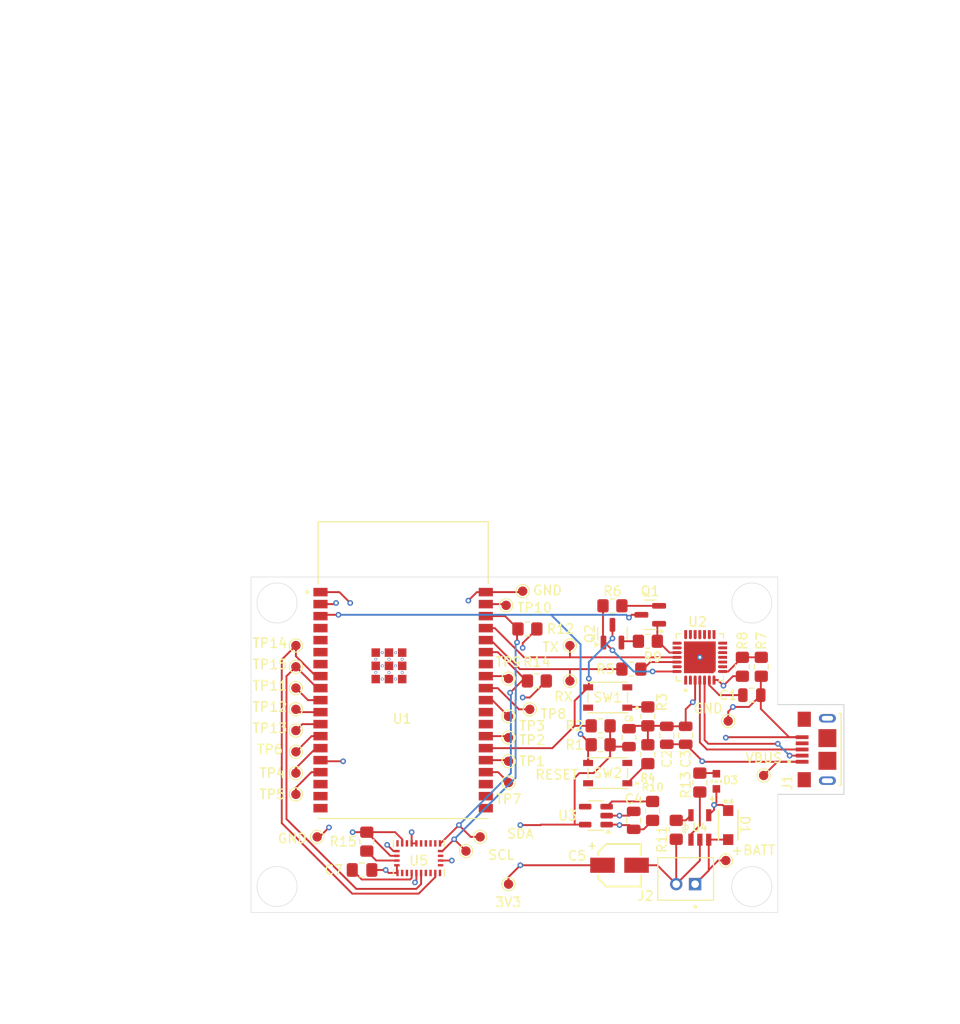
<source format=kicad_pcb>
(kicad_pcb (version 20241229) (generator "pcbnew") (generator_version "9.0")
  (layers (0 "F.Cu" signal) (4 "In1.Cu" signal) (6 "In2.Cu" signal) (2 "B.Cu" signal) (13 "F.Paste" user) (15 "B.Paste" user) (5 "F.SilkS" user "F.Silkscreen") (7 "B.SilkS" user "B.Silkscreen") (1 "F.Mask" user) (3 "B.Mask" user) (25 "Edge.Cuts" user))
  (net 0 "")
  (net 1 "Net-(U2-VDD)")
  (net 2 "GND")
  (net 3 "VBUS")
  (net 4 "+3.3V")
  (net 5 "+BATT")
  (net 6 "Net-(D3-K)")
  (net 9 "/D_N")
  (net 15 "/D_P")
  (net 16 "/AEN")
  (net 17 "/RTS")
  (net 18 "Net-(Q1-B)")
  (net 19 "/IO0")
  (net 20 "/DTR")
  (net 21 "Net-(Q2-B)")
  (net 22 "Net-(R3-Pad1)")
  (net 23 "Net-(R4-Pad1)")
  (net 24 "Net-(U2-TXD)")
  (net 25 "/RX")
  (net 26 "Net-(U2-VBUS)")
  (net 27 "Net-(U3-EN)")
  (net 28 "Net-(U4-PROG)")
  (net 29 "Net-(U4-STAT)")
  (net 34 "Net-(U1-IO19)")
  (net 35 "Net-(U1-IO2)")
  (net 37 "Net-(U1-IO13)")
  (net 41 "Net-(U1-IO26)")
  (net 45 "Net-(U1-IO14)")
  (net 46 "Net-(U5-CAP)")
  (net 49 "Net-(U1-IO15)")
  (net 51 "Net-(U1-IO23)")
  (net 52 "Net-(U1-IO5)")
  (net 54 "Net-(U1-IO4)")
  (net 56 "Net-(U1-IO12)")
  (net 57 "Net-(U1-IO25)")
  (net 59 "Net-(U1-IO27)")
  (net 60 "Net-(U5-~{BOOT})")
  (net 65 "/BNO_HINTN")
  (net 66 "/TX")
  (net 67 "Net-(U1-IO18)")
  (net 69 "/BNO_NRST")
  (net 92 "/I2C_SCL")
  (net 93 "/I2C_SDA")
  (footprint "Resistor_SMD:R_0805_2012Metric_Pad1.20x1.40mm_HandSolder" (layer "F.Cu") (at 142 137 -90)
    (property "Reference" "R15")
    (property "Value" "10k")
  )
  (footprint "Package_TO_SOT_SMD:SOT-23-5" (layer "F.Cu") (at 166.25 134.25 180)
    (property "Reference" "U3")
    (property "Value" "SPX3819M5-L-3-3")
  )
  (footprint "Capacitor_SMD:C_0805_2012Metric" (layer "F.Cu") (at 182.75 121.5)
    (property "Reference" "C1")
    (property "Value" "1uF")
  )
  (footprint "Resistor_SMD:R_0805_2012Metric_Pad1.20x1.40mm_HandSolder" (layer "F.Cu") (at 168 112.05)
    (property "Reference" "R6")
    (property "Value" "12k")
  )
  (footprint "TestPoint:TestPoint_Pad_D1.0mm" (layer "F.Cu") (at 157 126)
    (property "Reference" "TP2")
    (property "Value" "TestPoint")
  )
  (footprint "TestPoint:TestPoint_Pad_D1.0mm" (layer "F.Cu") (at 134.5 118.5)
    (property "Reference" "TP15")
    (property "Value" "TestPoint")
  )
  (footprint "Resistor_SMD:R_0805_2012Metric_Pad1.20x1.40mm_HandSolder" (layer "F.Cu") (at 183.75 118.5 -90)
    (property "Reference" "R7")
    (property "Value" "47.5K")
  )
  (footprint "USER_FP:AMPHENOL_10118193-0001LF" (layer "F.Cu") (at 190.75 127.25 90)
    (property "Reference" "J1")
    (property "Value" "Micro USB Port")
  )
  (footprint "Capacitor_SMD:C_0805_2012Metric" (layer "F.Cu") (at 175.75 125.75 90)
    (property "Reference" "C3")
    (property "Value" "100nF")
  )
  (footprint "TestPoint:TestPoint_Pad_D1.0mm" (layer "F.Cu") (at 180.25 124.25)
    (property "Reference" "TP19" (hide yes))
    (property "Value" "TestPoint")
  )
  (footprint "TestPoint:TestPoint_Pad_D1.0mm" (layer "F.Cu") (at 157 119.75)
    (property "Reference" "TP9")
    (property "Value" "TestPoint")
  )
  (footprint "TestPoint:TestPoint_Pad_D1.0mm" (layer "F.Cu") (at 159.25 123)
    (property "Reference" "TP8")
    (property "Value" "TestPoint")
  )
  (footprint "Resistor_SMD:R_0805_2012Metric_Pad1.20x1.40mm_HandSolder" (layer "F.Cu") (at 171.75 115.8)
    (property "Reference" "R9")
    (property "Value" "12k")
  )
  (footprint "USER_FP:JST_B2B-PH-K-S" (layer "F.Cu") (at 175.75 140.95)
    (property "Reference" "J2")
    (property "Value" "B2B-PH-K-S")
  )
  (footprint "Capacitor_SMD:C_0805_2012Metric_Pad1.18x1.45mm_HandSolder" (layer "F.Cu") (at 141.5 140 180)
    (property "Reference" "C7")
    (property "Value" "0.1uF")
  )
  (footprint "Resistor_SMD:R_0805_2012Metric_Pad1.20x1.40mm_HandSolder" (layer "F.Cu") (at 160 120 180)
    (property "Reference" "R14")
    (property "Value" "5k")
  )
  (footprint "USER_FP:SW_PTS810_SJM_250_SMTR_LFS" (layer "F.Cu") (at 167.5 129.75 180)
    (property "Reference" "SW2")
    (property "Value" "RESET")
  )
  (footprint "Resistor_SMD:R_0805_2012Metric_Pad1.20x1.40mm_HandSolder" (layer "F.Cu") (at 172.25 133.75 90)
    (property "Reference" "R10")
    (property "Value" "100K")
  )
  (footprint "Capacitor_SMD:C_0805_2012Metric" (layer "F.Cu") (at 173.75 125.75 90)
    (property "Reference" "C2")
    (property "Value" "10uF")
  )
  (footprint "USER_FP:IC_BNO080" (layer "F.Cu") (at 147.5 138.75)
    (property "Reference" "U5")
    (property "Value" "BNO086")
  )
  (footprint "USER_FP:SW_PTS810_SJM_250_SMTR_LFS" (layer "F.Cu") (at 167.5 121.75 180)
    (property "Reference" "SW1")
    (property "Value" "BOOT")
  )
  (footprint "USER_FP:MBR120_SDO_SOD-123FL498_OSI" (layer "F.Cu") (at 180.25 135.25 -90)
    (property "Reference" "D1")
    (property "Value" "MBR120")
  )
  (footprint "TestPoint:TestPoint_Pad_D1.0mm" (layer "F.Cu") (at 157 141.5)
    (property "Reference" "TP20" (hide yes))
    (property "Value" "TestPoint")
  )
  (footprint "Resistor_SMD:R_0805_2012Metric_Pad1.20x1.40mm_HandSolder" (layer "F.Cu") (at 174.75 135.75 -90)
    (property "Reference" "R11")
    (property "Value" "5k")
  )
  (footprint "TestPoint:TestPoint_Pad_D1.0mm" (layer "F.Cu") (at 184 130)
    (property "Reference" "TP22" (hide yes))
    (property "Value" "TestPoint")
  )
  (footprint "TestPoint:TestPoint_Pad_D1.0mm" (layer "F.Cu") (at 134.5 129.75)
    (property "Reference" "TP4")
    (property "Value" "TestPoint")
  )
  (footprint "USER_FP:IC_CP2102N-A02-GQFN28R" (layer "F.Cu") (at 177.25 117.5 90)
    (property "Reference" "U2")
    (property "Value" "CP2102N-A02-GQFN28R")
  )
  (footprint "TestPoint:TestPoint_Pad_D1.0mm" (layer "F.Cu") (at 157 123.75)
    (property "Reference" "TP3")
    (property "Value" "TestPoint")
  )
  (footprint "TestPoint:TestPoint_Pad_D1.0mm" (layer "F.Cu") (at 134.5 123)
    (property "Reference" "TP12")
    (property "Value" "TestPoint")
  )
  (footprint "Resistor_SMD:R_0805_2012Metric_Pad1.20x1.40mm_HandSolder" (layer "F.Cu") (at 166.75 126.75 180)
    (property "Reference" "R1")
    (property "Value" "10k")
  )
  (footprint "USER_FP:WL-SMCW_0603" (layer "F.Cu") (at 179 130.6176 -90)
    (property "Reference" "D3")
    (property "Value" "Charge Status")
  )
  (footprint "TestPoint:TestPoint_Pad_D1.0mm" (layer "F.Cu") (at 136.75 136.5)
    (property "Reference" "TP23" (hide yes))
    (property "Value" "TestPoint")
  )
  (footprint "Resistor_SMD:R_0805_2012Metric_Pad1.20x1.40mm_HandSolder" (layer "F.Cu") (at 159 114.5 180)
    (property "Reference" "R12")
    (property "Value" "5k")
  )
  (footprint "TestPoint:TestPoint_Pad_D1.0mm" (layer "F.Cu") (at 134.5 132)
    (property "Reference" "TP5")
    (property "Value" "TestPoint")
  )
  (footprint "TestPoint:TestPoint_Pad_D1.0mm" (layer "F.Cu") (at 152.5 138)
    (property "Reference" "TP16" (hide yes))
    (property "Value" "TestPoint")
  )
  (footprint "Package_TO_SOT_SMD:SOT-23" (layer "F.Cu") (at 172 113 180)
    (property "Reference" "Q1")
    (property "Value" "S8050")
  )
  (footprint "TestPoint:TestPoint_Pad_D1.0mm" (layer "F.Cu") (at 163.5 120)
    (property "Reference" "TP24" (hide yes))
    (property "Value" "TestPoint")
  )
  (footprint "Resistor_SMD:R_0805_2012Metric_Pad1.20x1.40mm_HandSolder" (layer "F.Cu") (at 170 118.75)
    (property "Reference" "R5")
    (property "Value" "470")
  )
  (footprint "Capacitor_SMD:C_0805_2012Metric" (layer "F.Cu") (at 169.75 126 90)
    (property "Reference" "C6")
    (property "Value" "10uF")
  )
  (footprint "Package_TO_SOT_SMD:SOT-23" (layer "F.Cu") (at 168 115 90)
    (property "Reference" "Q2")
    (property "Value" "S8050")
  )
  (footprint "TestPoint:TestPoint_Pad_D1.0mm" (layer "F.Cu") (at 163.5 116.25)
    (property "Reference" "TP25" (hide yes))
    (property "Value" "TestPoint")
  )
  (footprint "TestPoint:TestPoint_Pad_D1.0mm" (layer "F.Cu") (at 134.5 116.25)
    (property "Reference" "TP14")
    (property "Value" "TestPoint")
  )
  (footprint "TestPoint:TestPoint_Pad_D1.0mm" (layer "F.Cu") (at 154 136.5)
    (property "Reference" "TP17" (hide yes))
    (property "Value" "TestPoint")
  )
  (footprint "USER_FP:WCAP-ASLL_4X5.5_DXL_" (layer "F.Cu") (at 168.75 139.5 180)
    (property "Reference" "C5")
    (property "Value" "1uF")
  )
  (footprint "TestPoint:TestPoint_Pad_D1.0mm" (layer "F.Cu") (at 134.5 120.75)
    (property "Reference" "TP11")
    (property "Value" "TestPoint")
  )
  (footprint "TestPoint:TestPoint_Pad_D1.0mm" (layer "F.Cu") (at 180 139)
    (property "Reference" "TP18" (hide yes))
    (property "Value" "TestPoint")
  )
  (footprint "Capacitor_SMD:C_0805_2012Metric" (layer "F.Cu") (at 170.25 134.75 90)
    (property "Reference" "C4")
    (property "Value" "10uF")
  )
  (footprint "USER_FP:XCVR_ESP32-WROVER-E-N4R8" (layer "F.Cu") (at 145.85 118.86)
    (property "Reference" "U1")
    (property "Value" "ESP32-WROVER-E-N4R8")
  )
  (footprint "Resistor_SMD:R_0805_2012Metric_Pad1.20x1.40mm_HandSolder" (layer "F.Cu") (at 166.75 124.75 180)
    (property "Reference" "R2")
    (property "Value" "10k")
  )
  (footprint "USER_FP:MCP73831T-2ACI" (layer "F.Cu") (at 177.25 135.5 90)
    (property "Reference" "U4")
    (property "Value" "MCP73831T-2ACI_OT")
  )
  (footprint "TestPoint:TestPoint_Pad_D1.0mm" (layer "F.Cu") (at 134.5 125.25)
    (property "Reference" "TP13")
    (property "Value" "TestPoint")
  )
  (footprint "TestPoint:TestPoint_Pad_D1.0mm" (layer "F.Cu") (at 134.5 127.5)
    (property "Reference" "TP6")
    (property "Value" "TestPoint")
  )
  (footprint "Resistor_SMD:R_0805_2012Metric_Pad1.20x1.40mm_HandSolder" (layer "F.Cu") (at 181.75 118.5 90)
    (property "Reference" "R8")
    (property "Value" "22.1K")
  )
  (footprint "TestPoint:TestPoint_Pad_D1.0mm" (layer "F.Cu") (at 158.5 110.5)
    (property "Reference" "TP21" (hide yes))
    (property "Value" "TestPoint")
  )
  (footprint "Resistor_SMD:R_0805_2012Metric_Pad1.20x1.40mm_HandSolder" (layer "F.Cu") (at 171.75 127.75 90)
    (property "Reference" "R4")
    (property "Value" "470")
  )
  (footprint "TestPoint:TestPoint_Pad_D1.0mm" (layer "F.Cu") (at 157 130.75)
    (property "Reference" "TP7")
    (property "Value" "TestPoint")
  )
  (footprint "TestPoint:TestPoint_Pad_D1.0mm" (layer "F.Cu") (at 156.75 112)
    (property "Reference" "TP10")
    (property "Value" "TestPoint")
  )
  (footprint "TestPoint:TestPoint_Pad_D1.0mm" (layer "F.Cu") (at 157 128.5)
    (property "Reference" "TP1")
    (property "Value" "TestPoint")
  )
  (footprint "Resistor_SMD:R_0805_2012Metric_Pad1.20x1.40mm_HandSolder" (layer "F.Cu") (at 171.75 123.75 -90)
    (property "Reference" "R3")
    (property "Value" "470")
  )
  (footprint "Resistor_SMD:R_0805_2012Metric_Pad1.20x1.40mm_HandSolder" (layer "F.Cu") (at 177.25 130.75 90)
    (property "Reference" "R13")
    (property "Value" "1k")
  )
  (gr_line (start 185.5 144.5) (end 129.75 144.5) (stroke (width 0.05)) (layer "Edge.Cuts"))
  (gr_line (start 192.5 132) (end 185.5 132) (stroke (width 0.1)) (layer "Edge.Cuts"))
  (gr_line (start 185.5 109) (end 185.5 122.5) (stroke (width 0.05)) (layer "Edge.Cuts"))
  (gr_circle (center 132.5 111.75) (end 134 113.25) (stroke (width 0.05)) (fill no) (layer "Edge.Cuts"))
  (gr_circle (center 132.5 141.75) (end 134 143.25) (stroke (width 0.05)) (fill no) (layer "Edge.Cuts"))
  (gr_line (start 129.75 109) (end 185.5 109) (stroke (width 0.05)) (layer "Edge.Cuts"))
  (gr_circle (center 182.75 111.75) (end 184.25 113.25) (stroke (width 0.05)) (fill no) (layer "Edge.Cuts"))
  (gr_line (start 192.5 122.5) (end 192.5 132) (stroke (width 0.1)) (layer "Edge.Cuts"))
  (gr_line (start 129.75 109) (end 129.75 144.5) (stroke (width 0.05)) (layer "Edge.Cuts"))
  (gr_circle (center 182.75 141.75) (end 184.25 143.25) (stroke (width 0.05)) (fill no) (layer "Edge.Cuts"))
  (gr_line (start 185.5 122.5) (end 192.5 122.5) (stroke (width 0.1)) (layer "Edge.Cuts"))
  (gr_line (start 185.5 144.5) (end 185.5 132) (stroke (width 0.05)) (layer "Edge.Cuts"))
  (gr_text "GND" (at 176.5 123.5 0) (layer "F.SilkS") (effects (font (size 1 1)) (justify left bottom)))
  (gr_text "GND" (at 159.5 111 0) (layer "F.SilkS") (effects (font (size 1 1)) (justify left bottom)))
  (gr_text "SCL" (at 154.75 139 0) (layer "F.SilkS") (effects (font (size 1 1)) (justify left bottom)))
  (gr_text "RX" (at 161.75 122.25 0) (layer "F.SilkS") (effects (font (size 1 1)) (justify left bottom)))
  (gr_text "VBUS" (at 182 128.75 0) (layer "F.SilkS") (effects (font (size 1 1)) (justify left bottom)))
  (gr_text "GND" (at 132.5 137.25 0) (layer "F.SilkS") (effects (font (size 1 1)) (justify left bottom)))
  (gr_text "+BATT\n" (at 180.5 138.5 0) (layer "F.SilkS") (effects (font (size 1 1)) (justify left bottom)))
  (gr_text "RESET\n" (at 159.75 130.5 0) (layer "F.SilkS") (effects (font (size 1 1)) (justify left bottom)))
  (gr_text "3V3" (at 155.5 144 0) (layer "F.SilkS") (effects (font (size 1 1)) (justify left bottom)))
  (gr_text "SDA" (at 156.75 136.75 0) (layer "F.SilkS") (effects (font (size 1 1)) (justify left bottom)))
  (gr_text "TX" (at 160.5 117 0) (layer "F.SilkS") (effects (font (size 1 1)) (justify left bottom)))
  (segment (start 178.25 120.441654) (end 178.25 119.9) (width 0.2) (layer "F.Cu") (net 1))
  (segment (start 179.308346 121.5) (end 178.25 120.441654) (width 0.2) (layer "F.Cu") (net 1))
  (segment (start 181.8 121.5) (end 179.308346 121.5) (width 0.2) (layer "F.Cu") (net 1))
  (segment (start 183.7 121.5) (end 182.45 122.75) (width 0.2) (layer "F.Cu") (net 2))
  (segment (start 168.75 134.25) (end 168.5 134.25) (width 0.2) (layer "F.Cu") (net 2))
  (segment (start 137.22 128.5) (end 137.1 128.38) (width 0.2) (layer "F.Cu") (net 2))
  (segment (start 144.3125 140.3125) (end 144 140) (width 0.2) (layer "F.Cu") (net 2))
  (segment (start 144.820244 138) (end 144.160122 137.339878) (width 0.2) (layer "F.Cu") (net 2))
  (segment (start 173.75 124.8) (end 175.75 124.8) (width 0.2) (layer "F.Cu") (net 2))
  (segment (start 176.5 122.25) (end 176.75 122) (width 0.2) (layer "F.Cu") (net 2))
  (segment (start 145.25 140.3125) (end 144.3125 140.3125) (width 0.2) (layer "F.Cu") (net 2))
  (segment (start 158.4 110.6) (end 158.5 110.5) (width 0.2) (layer "F.Cu") (net 2))
  (segment (start 175.75 123) (end 175.75 124.8) (width 0.2) (layer "F.Cu") (net 2))
  (segment (start 171.75 126.75) (end 171.75 124.75) (width 0.2) (layer "F.Cu") (net 2))
  (segment (start 139.1 110.6) (end 137.1 110.6) (width 0.2) (layer "F.Cu") (net 2))
  (segment (start 145.1875 140.25) (end 145.25 140.3125) (width 0.2) (layer "F.Cu") (net 2))
  (segment (start 170.05 124.75) (end 169.75 125.05) (width 0.2) (layer "F.Cu") (net 2))
  (segment (start 169.8 134.25) (end 170.25 133.8) (width 0.2) (layer "F.Cu") (net 2))
  (segment (start 183.75 119.75) (end 183.7 119.8) (width 0.2) (layer "F.Cu") (net 2))
  (segment (start 173.75 124.8) (end 173.3 124.8) (width 0.2) (layer "F.Cu") (net 2))
  (segment (start 137 136.5) (end 138 135.5) (width 0.2) (layer "F.Cu") (net 2))
  (segment (start 176.5 122.25) (end 175.75 123) (width 0.2) (layer "F.Cu") (net 2))
  (segment (start 177.25 139) (end 174.75 141.5) (width 0.2) (layer "F.Cu") (net 2))
  (segment (start 174.75 141.5) (end 174.75 136.75) (width 0.2) (layer "F.Cu") (net 2))
  (segment (start 139.5 128.5) (end 137.22 128.5) (width 0.2) (layer "F.Cu") (net 2))
  (segment (start 183.75 119.5) (end 183.75 119.75) (width 0.2) (layer "F.Cu") (net 2))
  (segment (start 153.65 110.6) (end 154.6 110.6) (width 0.2) (layer "F.Cu") (net 2))
  (segment (start 188.075 125.95) (end 186.7 125.95) (width 0.2) (layer "F.Cu") (net 2))
  (segment (start 180.25 123.25) (end 180.75 122.75) (width 0.2) (layer "F.Cu") (net 2))
  (segment (start 145.1875 138) (end 144.820244 138) (width 0.2) (layer "F.Cu") (net 2))
  (segment (start 142.85 140.3125) (end 142.5375 140) (width 0.2) (layer "F.Cu") (net 2))
  (segment (start 136.75 136.5) (end 137 136.5) (width 0.2) (layer "F.Cu") (net 2))
  (segment (start 145.1875 139.5) (end 145.1875 140.25) (width 0.2) (layer "F.Cu") (net 2))
  (segment (start 183.7 119.8) (end 183.7 121.5) (width 0.2) (layer "F.Cu") (net 2))
  (segment (start 154.6 110.6) (end 158.4 110.6) (width 0.2) (layer "F.Cu") (net 2))
  (segment (start 186.7 125.95) (end 183.7 122.95) (width 0.2) (layer "F.Cu") (net 2))
  (segment (start 146.75 136) (end 146.75 137.1875) (width 0.2) (layer "F.Cu") (net 2))
  (segment (start 172.75 139.5) (end 174.75 141.5) (width 0.2) (layer "F.Cu") (net 2))
  (segment (start 180.05 125.95) (end 188.325 125.95) (width 0.2) (layer "F.Cu") (net 2))
  (segment (start 170.55 139.5) (end 172.75 139.5) (width 0.2) (layer "F.Cu") (net 2))
  (segment (start 147.25 137.1875) (end 146.75 137.1875) (width 0.2) (layer "F.Cu") (net 2))
  (segment (start 167.4 134.25) (end 168.75 134.25) (width 0.2) (layer "F.Cu") (net 2))
  (segment (start 152.75 111.5) (end 153.65 110.6) (width 0.2) (layer "F.Cu") (net 2))
  (segment (start 149.8125 139) (end 151 139) (width 0.2) (layer "F.Cu") (net 2))
  (segment (start 180.25 124.25) (end 180.25 123.25) (width 0.2) (layer "F.Cu") (net 2))
  (segment (start 177.25 136.7954) (end 177.25 139) (width 0.2) (layer "F.Cu") (net 2))
  (segment (start 173.25 124.75) (end 171.75 124.75) (width 0.2) (layer "F.Cu") (net 2))
  (segment (start 183.7 122.95) (end 183.7 121.5) (width 0.2) (layer "F.Cu") (net 2))
  (segment (start 176.75 122) (end 176.75 119.9) (width 0.2) (layer "F.Cu") (net 2))
  (segment (start 180 126) (end 180.05 125.95) (width 0.2) (layer "F.Cu") (net 2))
  (segment (start 142.5375 140) (end 144 140) (width 0.2) (layer "F.Cu") (net 2))
  (segment (start 140.25 111.75) (end 139.1 110.6) (width 0.2) (layer "F.Cu") (net 2))
  (segment (start 173.3 124.8) (end 173.25 124.75) (width 0.2) (layer "F.Cu") (net 2))
  (segment (start 171.75 124.75) (end 170.05 124.75) (width 0.2) (layer "F.Cu") (net 2))
  (segment (start 182.45 122.75) (end 180.75 122.75) (width 0.2) (layer "F.Cu") (net 2))
  (segment (start 168.75 134.25) (end 169.8 134.25) (width 0.2) (layer "F.Cu") (net 2))
  (segment (start 188.325 125.95) (end 188.15 125.95) (width 0.2) (layer "F.Cu") (net 2))
  (via (at 151 139) (size 0.6) (drill 0.3) (layers "F.Cu" "B.Cu") (net 2))
  (via (at 140.25 111.75) (size 0.6) (drill 0.3) (layers "F.Cu" "B.Cu") (net 2))
  (via (at 177.25 117.5) (size 0.6) (drill 0.3) (layers "F.Cu" "B.Cu") (net 2))
  (via (at 146.75 136) (size 0.6) (drill 0.3) (layers "F.Cu" "B.Cu") (net 2))
  (via (at 144 140) (size 0.6) (drill 0.3) (layers "F.Cu" "B.Cu") (net 2))
  (via (at 180.75 122.75) (size 0.6) (drill 0.3) (layers "F.Cu" "B.Cu") (net 2))
  (via (at 176.5 122.25) (size 0.6) (drill 0.3) (layers "F.Cu" "B.Cu") (net 2))
  (via (at 138 135.5) (size 0.6) (drill 0.3) (layers "F.Cu" "B.Cu") (net 2))
  (via (at 180 126) (size 0.6) (drill 0.3) (layers "F.Cu" "B.Cu") (net 2))
  (via (at 139.5 128.5) (size 0.6) (drill 0.3) (layers "F.Cu" "B.Cu") (net 2))
  (via (at 168.75 134.25) (size 0.6) (drill 0.3) (layers "F.Cu" "B.Cu") (net 2))
  (via (at 144.160122 137.339878) (size 0.6) (drill 0.3) (layers "F.Cu" "B.Cu") (net 2))
  (via (at 152.75 111.5) (size 0.6) (drill 0.3) (layers "F.Cu" "B.Cu") (net 2))
  (segment (start 177.55 128.5) (end 177.6 128.55) (width 0.2) (layer "F.Cu") (net 3))
  (segment (start 170.25 135.7) (end 171.3 135.7) (width 0.2) (layer "F.Cu") (net 3))
  (segment (start 178.75 133.1176) (end 178.75 133.6444) (width 0.2) (layer "F.Cu") (net 3))
  (segment (start 179.6543 133.1176) (end 180.25 133.7133) (width 0.2) (layer "F.Cu") (net 3))
  (segment (start 179 131.4176) (end 179 132.8676) (width 0.2) (layer "F.Cu") (net 3))
  (segment (start 180.75 119.5) (end 179.75 120.5) (width 0.2) (layer "F.Cu") (net 3))
  (segment (start 179.15 119.9) (end 179.75 120.5) (width 0.2) (layer "F.Cu") (net 3))
  (segment (start 188.075 128.55) (end 185.45 128.55) (width 0.2) (layer "F.Cu") (net 3))
  (segment (start 167.4 135.2) (end 168.7 135.2) (width 0.2) (layer "F.Cu") (net 3))
  (segment (start 185.45 128.55) (end 184 130) (width 0.2) (layer "F.Cu") (net 3))
  (segment (start 178.75 119.9) (end 179.15 119.9) (width 0.2) (layer "F.Cu") (net 3))
  (segment (start 178.75 133.1176) (end 179.6543 133.1176) (width 0.2) (layer "F.Cu") (net 3))
  (segment (start 181.75 119.5) (end 180.75 119.5) (width 0.2) (layer "F.Cu") (net 3))
  (segment (start 177.5 128.5) (end 177.5 128.45) (width 0.2) (layer "F.Cu") (net 3))
  (segment (start 178.75 133.6444) (end 178.1898 134.2046) (width 0.2) (layer "F.Cu") (net 3))
  (segment (start 171.3 135.7) (end 172.25 134.75) (width 0.2) (layer "F.Cu") (net 3))
  (segment (start 168.7 135.2) (end 168.75 135.25) (width 0.2) (layer "F.Cu") (net 3))
  (segment (start 169.8 135.25) (end 170.25 135.7) (width 0.2) (layer "F.Cu") (net 3))
  (segment (start 177.6 128.55) (end 188.325 128.55) (width 0.2) (layer "F.Cu") (net 3))
  (segment (start 175.75 126.7) (end 173.75 126.7) (width 0.2) (layer "F.Cu") (net 3))
  (segment (start 182.1 119.9) (end 182.25 119.75) (width 0.2) (layer "F.Cu") (net 3))
  (segment (start 179 132.8676) (end 178.75 133.1176) (width 0.2) (layer "F.Cu") (net 3))
  (segment (start 177.5 128.5) (end 177.55 128.5) (width 0.2) (layer "F.Cu") (net 3))
  (segment (start 177.5 128.45) (end 175.75 126.7) (width 0.2) (layer "F.Cu") (net 3))
  (segment (start 168.75 135.25) (end 169.8 135.25) (width 0.2) (layer "F.Cu") (net 3))
  (via (at 178.75 133.1176) (size 0.6) (drill 0.3) (layers "F.Cu" "B.Cu") (net 3))
  (via (at 179.75 120.5) (size 0.6) (drill 0.3) (layers "F.Cu" "B.Cu") (net 3))
  (via (at 168.75 135.25) (size 0.6) (drill 0.3) (layers "F.Cu" "B.Cu") (net 3))
  (via (at 177.5 128.5) (size 0.6) (drill 0.3) (layers "F.Cu" "B.Cu") (net 3))
  (segment (start 165.1125 135.2) (end 164 135.2) (width 0.2) (layer "F.Cu") (net 4))
  (segment (start 158.25 135.25) (end 160.4 135.25) (width 0.2) (layer "F.Cu") (net 4))
  (segment (start 147.25 141.170245) (end 147.25 140.3125) (width 0.2) (layer "F.Cu") (net 4))
  (segment (start 167.95 126.95) (end 167.75 126.75) (width 0.2) (layer "F.Cu") (net 4))
  (segment (start 145.1875 138.5) (end 144.5 138.5) (width 0.2) (layer "F.Cu") (net 4))
  (segment (start 160.4 135.25) (end 160.45 135.2) (width 0.2) (layer "F.Cu") (net 4))
  (segment (start 166 129.75) (end 164.5 129.75) (width 0.2) (layer "F.Cu") (net 4))
  (segment (start 145.75 136.75) (end 145 136) (width 0.2) (layer "F.Cu") (net 4))
  (segment (start 137.1 111.87) (end 138.63 111.87) (width 0.2) (layer "F.Cu") (net 4))
  (segment (start 164 130.25) (end 164 135.2) (width 0.2) (layer "F.Cu") (net 4))
  (segment (start 167.75 128) (end 166 129.75) (width 0.2) (layer "F.Cu") (net 4))
  (segment (start 167.75 126.75) (end 167.75 128) (width 0.2) (layer "F.Cu") (net 4))
  (segment (start 158.25 139.5) (end 168.15 139.5) (width 0.2) (layer "F.Cu") (net 4))
  (segment (start 169.75 126.95) (end 167.95 126.95) (width 0.2) (layer "F.Cu") (net 4))
  (segment (start 157 140.75) (end 157 141.5) (width 0.2) (layer "F.Cu") (net 4))
  (segment (start 147.10204 141.318205) (end 147.25 141.170245) (width 0.2) (layer "F.Cu") (net 4))
  (segment (start 158.25 139.5) (end 157 140.75) (width 0.2) (layer "F.Cu") (net 4))
  (segment (start 167.75 124.75) (end 167.75 126.75) (width 0.2) (layer "F.Cu") (net 4))
  (segment (start 144.5 138.5) (end 142 136) (width 0.2) (layer "F.Cu") (net 4))
  (segment (start 164.5 129.75) (end 164 130.25) (width 0.2) (layer "F.Cu") (net 4))
  (segment (start 159.25 121.75) (end 161 120) (width 0.2) (layer "F.Cu") (net 4))
  (segment (start 145 136) (end 142 136) (width 0.2) (layer "F.Cu") (net 4))
  (segment (start 138.63 111.87) (end 138.75 111.75) (width 0.2) (layer "F.Cu") (net 4))
  (segment (start 145.75 137.1875) (end 145.75 136.75) (width 0.2) (layer "F.Cu") (net 4))
  (segment (start 160.45 135.2) (end 164 135.2) (width 0.2) (layer "F.Cu") (net 4))
  (segment (start 142 136) (end 140.5 136) (width 0.2) (layer "F.Cu") (net 4))
  (segment (start 169.7 126.75) (end 169.75 126.7) (width 0.2) (layer "F.Cu") (net 4))
  (segment (start 167.8 126.7) (end 167.75 126.75) (width 0.2) (layer "F.Cu") (net 4))
  (segment (start 158.5 116.5) (end 158.5 116) (width 0.2) (layer "F.Cu") (net 4))
  (segment (start 137.22 111.75) (end 137.1 111.87) (width 0.2) (layer "F.Cu") (net 4))
  (segment (start 158.5 121.75) (end 159.25 121.75) (width 0.2) (layer "F.Cu") (net 4))
  (segment (start 158.5 116) (end 160 114.5) (width 0.2) (layer "F.Cu") (net 4))
  (via (at 138.75 111.75) (size 0.6) (drill 0.3) (layers "F.Cu" "B.Cu") (net 4))
  (via (at 158.5 116.5) (size 0.6) (drill 0.3) (layers "F.Cu" "B.Cu") (net 4))
  (via (at 158.25 139.5) (size 0.6) (drill 0.3) (layers "F.Cu" "B.Cu") (net 4))
  (via (at 140.5 136) (size 0.6) (drill 0.3) (layers "F.Cu" "B.Cu") (net 4))
  (via (at 158.5 121.75) (size 0.6) (drill 0.3) (layers "F.Cu" "B.Cu") (net 4))
  (via (at 147.10204 141.318205) (size 0.6) (drill 0.3) (layers "F.Cu" "B.Cu") (net 4))
  (via (at 158.25 135.25) (size 0.6) (drill 0.3) (layers "F.Cu" "B.Cu") (net 4))
  (segment (start 178.1898 140) (end 178.1898 140.0602) (width 0.2) (layer "F.Cu") (net 5))
  (segment (start 178.1898 140) (end 179.1898 139) (width 0.2) (layer "F.Cu") (net 5))
  (segment (start 178.1898 140.0602) (end 176.75 141.5) (width 0.2) (layer "F.Cu") (net 5))
  (segment (start 179.1898 139) (end 180 139) (width 0.2) (layer "F.Cu") (net 5))
  (segment (start 178 136.9852) (end 178.1898 136.7954) (width 0.2) (layer "F.Cu") (net 5))
  (segment (start 178.1898 136.7954) (end 178.1898 140) (width 0.2) (layer "F.Cu") (net 5))
  (segment (start 178.1985 136.7867) (end 178.1898 136.7954) (width 0.2) (layer "F.Cu") (net 5))
  (segment (start 180.25 136.7867) (end 178.1985 136.7867) (width 0.2) (layer "F.Cu") (net 5))
  (segment (start 177.25 129.75) (end 178.9324 129.75) (width 0.2) (layer "F.Cu") (net 6))
  (segment (start 178.9324 129.75) (end 179 129.8176) (width 0.2) (layer "F.Cu") (net 6))
  (segment (start 177.75 126.25) (end 177.75 119.9) (width 0.2) (layer "F.Cu") (net 9))
  (segment (start 186.75 127.9) (end 188.325 127.9) (width 0.2) (layer "F.Cu") (net 9))
  (segment (start 178.15 126.65) (end 177.75 126.25) (width 0.2) (layer "F.Cu") (net 9))
  (segment (start 185.5 126.65) (end 178.15 126.65) (width 0.2) (layer "F.Cu") (net 9))
  (via (at 185.5 126.65) (size 0.6) (drill 0.3) (layers "F.Cu" "B.Cu") (net 9))
  (via (at 186.75 127.9) (size 0.6) (drill 0.3) (layers "F.Cu" "B.Cu") (net 9))
  (segment (start 185.5 126.65) (end 186.75 127.9) (width 0.2) (layer "B.Cu") (net 9))
  (segment (start 178 127.25) (end 177.25 126.5) (width 0.2) (layer "F.Cu") (net 15))
  (segment (start 177.25 126.5) (end 177.25 119.9) (width 0.2) (layer "F.Cu") (net 15))
  (segment (start 188.325 127.25) (end 178 127.25) (width 0.2) (layer "F.Cu") (net 15))
  (segment (start 137.24 113) (end 137.1 113.14) (width 0.2) (layer "F.Cu") (net 16))
  (segment (start 170.875 113) (end 170.05 113) (width 0.2) (layer "F.Cu") (net 16))
  (segment (start 165.425 128.675) (end 165.425 127.075) (width 0.2) (layer "F.Cu") (net 16))
  (segment (start 165.425 127.075) (end 165.75 126.75) (width 0.2) (layer "F.Cu") (net 16))
  (segment (start 164.625 125.625) (end 165.75 126.75) (width 0.2) (layer "F.Cu") (net 16))
  (segment (start 170.05 113) (end 169.75 113.3) (width 0.2) (layer "F.Cu") (net 16))
  (segment (start 139 113) (end 137.24 113) (width 0.2) (layer "F.Cu") (net 16))
  (via (at 139 113) (size 0.6) (drill 0.3) (layers "F.Cu" "B.Cu") (net 16))
  (via (at 169.75 113.3) (size 0.6) (drill 0.3) (layers "F.Cu" "B.Cu") (net 16))
  (via (at 164.625 125.625) (size 0.6) (drill 0.3) (layers "F.Cu" "B.Cu") (net 16))
  (segment (start 162.5 113) (end 161.5 113) (width 0.2) (layer "B.Cu") (net 16))
  (segment (start 164.625 116.125) (end 161.5 113) (width 0.2) (layer "B.Cu") (net 16))
  (segment (start 164.625 125.625) (end 164.625 116.125) (width 0.2) (layer "B.Cu") (net 16))
  (segment (start 161.5 113) (end 139 113) (width 0.2) (layer "B.Cu") (net 16))
  (segment (start 169.75 113.3) (end 169.45 113) (width 0.2) (layer "B.Cu") (net 16))
  (segment (start 169.45 113) (end 162.5 113) (width 0.2) (layer "B.Cu") (net 16))
  (segment (start 172.75 115.719938) (end 172.75 113.95) (width 0.2) (layer "F.Cu") (net 17))
  (segment (start 174.6 117) (end 174.030062 117) (width 0.2) (layer "F.Cu") (net 17))
  (segment (start 174.030062 117) (end 172.75 115.719938) (width 0.2) (layer "F.Cu") (net 17))
  (segment (start 172.75 112.05) (end 169 112.05) (width 0.2) (layer "F.Cu") (net 18))
  (segment (start 165.5 119.75) (end 165.5 120.6) (width 0.2) (layer "F.Cu") (net 19))
  (segment (start 164 124.75) (end 164 122.1) (width 0.2) (layer "F.Cu") (net 19))
  (segment (start 164 124.75) (end 165.75 124.75) (width 0.2) (layer "F.Cu") (net 19))
  (segment (start 164 122.1) (end 165.425 120.675) (width 0.2) (layer "F.Cu") (net 19))
  (segment (start 154.6 127.11) (end 161.64 127.11) (width 0.2) (layer "F.Cu") (net 19))
  (segment (start 161.64 127.11) (end 164 124.75) (width 0.2) (layer "F.Cu") (net 19))
  (segment (start 168 114.05) (end 168 115.5) (width 0.2) (layer "F.Cu") (net 19))
  (segment (start 154.6 127.11) (end 154.71 127) (width 0.2) (layer "F.Cu") (net 19))
  (segment (start 165.5 120.6) (end 165.425 120.675) (width 0.2) (layer "F.Cu") (net 19))
  (via (at 165.5 119.75) (size 0.6) (drill 0.3) (layers "F.Cu" "B.Cu") (net 19))
  (via (at 168 115.5) (size 0.6) (drill 0.3) (layers "F.Cu" "B.Cu") (net 19))
  (segment (start 168 115.5) (end 165.5 118) (width 0.2) (layer "B.Cu") (net 19))
  (segment (start 165.5 118) (end 165.5 119.75) (width 0.2) (layer "B.Cu") (net 19))
  (segment (start 167 115.875) (end 167.05 115.925) (width 0.2) (layer "F.Cu") (net 20))
  (segment (start 167.175 115.925) (end 167.05 115.925) (width 0.2) (layer "F.Cu") (net 20))
  (segment (start 168 116.75) (end 167.175 115.925) (width 0.2) (layer "F.Cu") (net 20))
  (segment (start 172.25 119) (end 174.6 119) (width 0.2) (layer "F.Cu") (net 20))
  (segment (start 167 112.05) (end 167 115.875) (width 0.2) (layer "F.Cu") (net 20))
  (via (at 168 116.75) (size 0.6) (drill 0.3) (layers "F.Cu" "B.Cu") (net 20))
  (via (at 172.25 119) (size 0.6) (drill 0.3) (layers "F.Cu" "B.Cu") (net 20))
  (segment (start 168 116.75) (end 170.25 119) (width 0.2) (layer "B.Cu") (net 20))
  (segment (start 170.25 119) (end 172.25 119) (width 0.2) (layer "B.Cu") (net 20))
  (segment (start 169.075 115.8) (end 168.95 115.925) (width 0.2) (layer "F.Cu") (net 21))
  (segment (start 170.75 115.8) (end 169.075 115.8) (width 0.2) (layer "F.Cu") (net 21))
  (segment (start 171.75 122.75) (end 169.65 122.75) (width 0.2) (layer "F.Cu") (net 22))
  (segment (start 169.65 122.75) (end 169.575 122.825) (width 0.2) (layer "F.Cu") (net 22))
  (segment (start 169.575 130.825) (end 171.65 128.75) (width 0.2) (layer "F.Cu") (net 23))
  (segment (start 171.65 128.75) (end 171.75 128.75) (width 0.2) (layer "F.Cu") (net 23))
  (segment (start 172 118) (end 174.6 118) (width 0.2) (layer "F.Cu") (net 24))
  (segment (start 171 118.75) (end 171.25 118.75) (width 0.2) (layer "F.Cu") (net 24))
  (segment (start 171.25 118.75) (end 172 118) (width 0.2) (layer "F.Cu") (net 24))
  (segment (start 158.2 118.75) (end 155.13 115.68) (width 0.2) (layer "F.Cu") (net 25))
  (segment (start 169 118.75) (end 163.5 118.75) (width 0.2) (layer "F.Cu") (net 25))
  (segment (start 155.13 115.68) (end 154.6 115.68) (width 0.2) (layer "F.Cu") (net 25))
  (segment (start 163.5 118.75) (end 163.5 120) (width 0.2) (layer "F.Cu") (net 25))
  (segment (start 163.5 118.75) (end 158.2 118.75) (width 0.2) (layer "F.Cu") (net 25))
  (segment (start 180.25 119) (end 179.65 119) (width 0.2) (layer "F.Cu") (net 26))
  (segment (start 181.75 117.5) (end 180.25 119) (width 0.2) (layer "F.Cu") (net 26))
  (segment (start 181.75 117.5) (end 183.75 117.5) (width 0.2) (layer "F.Cu") (net 26))
  (segment (start 167.95 132.75) (end 167.4 133.3) (width 0.2) (layer "F.Cu") (net 27))
  (segment (start 172.25 132.75) (end 167.95 132.75) (width 0.2) (layer "F.Cu") (net 27))
  (segment (start 174.75 134.75) (end 175.7648 134.75) (width 0.2) (layer "F.Cu") (net 28))
  (segment (start 175.7648 134.75) (end 176.3102 134.2046) (width 0.2) (layer "F.Cu") (net 28))
  (segment (start 177.25 131.75) (end 177.25 135.281) (width 0.2) (layer "F.Cu") (net 29))
  (segment (start 177.25 135.281) (end 176.3102 136.2208) (width 0.2) (layer "F.Cu") (net 29))
  (segment (start 176.3102 136.2208) (end 176.3102 136.7954) (width 0.2) (layer "F.Cu") (net 29))
  (segment (start 154.6 119.49) (end 156.74 119.49) (width 0.2) (layer "F.Cu") (net 34))
  (segment (start 156.74 119.49) (end 157 119.75) (width 0.2) (layer "F.Cu") (net 34))
  (segment (start 156.88 128.38) (end 157 128.5) (width 0.2) (layer "F.Cu") (net 35))
  (segment (start 154.6 128.38) (end 156.88 128.38) (width 0.2) (layer "F.Cu") (net 35))
  (segment (start 136.15 129.65) (end 134.5 131.3) (width 0.2) (layer "F.Cu") (net 37))
  (segment (start 137.1 129.65) (end 136.15 129.65) (width 0.2) (layer "F.Cu") (net 37))
  (segment (start 134.5 131.3) (end 134.5 132) (width 0.2) (layer "F.Cu") (net 37))
  (segment (start 134.8 123.3) (end 134.5 123) (width 0.2) (layer "F.Cu") (net 41))
  (segment (start 137.1 123.3) (end 134.8 123.3) (width 0.2) (layer "F.Cu") (net 41))
  (segment (start 136.16 125.84) (end 134.5 127.5) (width 0.2) (layer "F.Cu") (net 45))
  (segment (start 137.1 125.84) (end 136.16 125.84) (width 0.2) (layer "F.Cu") (net 45))
  (segment (start 146.595 141.005) (end 141.4675 141.005) (width 0.2) (layer "F.Cu") (net 46))
  (segment (start 146.75 140.3125) (end 146.75 140.85) (width 0.2) (layer "F.Cu") (net 46))
  (segment (start 141.4675 141.005) (end 140.4625 140) (width 0.2) (layer "F.Cu") (net 46))
  (segment (start 146.75 140.85) (end 146.595 141.005) (width 0.2) (layer "F.Cu") (net 46))
  (segment (start 154.6 129.65) (end 155.9 129.65) (width 0.2) (layer "F.Cu") (net 49))
  (segment (start 155.9 129.65) (end 157 130.75) (width 0.2) (layer "F.Cu") (net 49))
  (segment (start 154.6 111.87) (end 156.62 111.87) (width 0.2) (layer "F.Cu") (net 51))
  (segment (start 156.62 111.87) (end 156.75 112) (width 0.2) (layer "F.Cu") (net 51))
  (segment (start 154.6 122.03) (end 155.28 122.03) (width 0.2) (layer "F.Cu") (net 52))
  (segment (start 155.28 122.03) (end 157 123.75) (width 0.2) (layer "F.Cu") (net 52))
  (segment (start 156.84 125.84) (end 157 126) (width 0.2) (layer "F.Cu") (net 54))
  (segment (start 154.6 125.84) (end 156.84 125.84) (width 0.2) (layer "F.Cu") (net 54))
  (segment (start 137.1 127.11) (end 136.61 127.11) (width 0.2) (layer "F.Cu") (net 56))
  (segment (start 136.61 127.11) (end 134.5 129.22) (width 0.2) (layer "F.Cu") (net 56))
  (segment (start 134.5 129.22) (end 134.5 129.75) (width 0.2) (layer "F.Cu") (net 56))
  (segment (start 135.78 122.03) (end 134.5 120.75) (width 0.2) (layer "F.Cu") (net 57))
  (segment (start 137.1 122.03) (end 135.78 122.03) (width 0.2) (layer "F.Cu") (net 57))
  (segment (start 135.18 124.57) (end 134.5 125.25) (width 0.2) (layer "F.Cu") (net 59))
  (segment (start 137.1 124.57) (end 135.18 124.57) (width 0.2) (layer "F.Cu") (net 59))
  (segment (start 145.1875 139) (end 143 139) (width 0.2) (layer "F.Cu") (net 60))
  (segment (start 143 139) (end 142 138) (width 0.2) (layer "F.Cu") (net 60))
  (segment (start 133 117.75) (end 134.5 116.25) (width 0.2) (layer "F.Cu") (net 65))
  (segment (start 149.25 140.3125) (end 149.25 140.75) (width 0.2) (layer "F.Cu") (net 65))
  (segment (start 137.1 119.49) (end 136.61 119.49) (width 0.2) (layer "F.Cu") (net 65))
  (segment (start 140.464034 142.5) (end 133 135.035966) (width 0.2) (layer "F.Cu") (net 65))
  (segment (start 149.25 140.75) (end 147.5 142.5) (width 0.2) (layer "F.Cu") (net 65))
  (segment (start 133 135.035966) (end 133 117.75) (width 0.2) (layer "F.Cu") (net 65))
  (segment (start 134.5 117.38) (end 134.5 116.25) (width 0.2) (layer "F.Cu") (net 65))
  (segment (start 136.61 119.49) (end 134.5 117.38) (width 0.2) (layer "F.Cu") (net 65))
  (segment (start 147.5 142.5) (end 140.464034 142.5) (width 0.2) (layer "F.Cu") (net 65))
  (segment (start 163.5 117.5) (end 163.5 116.25) (width 0.2) (layer "F.Cu") (net 66))
  (segment (start 155.55 114.41) (end 154.6 114.41) (width 0.2) (layer "F.Cu") (net 66))
  (segment (start 163.75 117.5) (end 163.5 117.5) (width 0.2) (layer "F.Cu") (net 66))
  (segment (start 174.6 117.5) (end 163.75 117.5) (width 0.2) (layer "F.Cu") (net 66))
  (segment (start 158.64 117.5) (end 155.55 114.41) (width 0.2) (layer "F.Cu") (net 66))
  (segment (start 163.5 117.5) (end 158.64 117.5) (width 0.2) (layer "F.Cu") (net 66))
  (segment (start 154.6 120.76) (end 155.859756 120.76) (width 0.2) (layer "F.Cu") (net 67))
  (segment (start 158.099756 123) (end 159.25 123) (width 0.2) (layer "F.Cu") (net 67))
  (segment (start 155.859756 120.76) (end 158.099756 123) (width 0.2) (layer "F.Cu") (net 67))
  (segment (start 147.75 140.3125) (end 147.75 141.490489) (width 0.2) (layer "F.Cu") (net 69))
  (segment (start 147.75 141.490489) (end 147.240489 142) (width 0.2) (layer "F.Cu") (net 69))
  (segment (start 137.1 120.76) (end 136.76 120.76) (width 0.2) (layer "F.Cu") (net 69))
  (segment (start 140.89354 142) (end 133.5 134.60646) (width 0.2) (layer "F.Cu") (net 69))
  (segment (start 136.76 120.76) (end 134.5 118.5) (width 0.2) (layer "F.Cu") (net 69))
  (segment (start 133.5 134.60646) (end 133.5 119.5) (width 0.2) (layer "F.Cu") (net 69))
  (segment (start 133.5 119.5) (end 134.5 118.5) (width 0.2) (layer "F.Cu") (net 69))
  (segment (start 147.240489 142) (end 140.89354 142) (width 0.2) (layer "F.Cu") (net 69))
  (segment (start 151.25 136.75) (end 152.5 138) (width 0.2) (layer "F.Cu") (net 92))
  (segment (start 158 114.5) (end 157.90574 114.59426) (width 0.2) (layer "F.Cu") (net 92))
  (segment (start 151.25 136.75) (end 150 138) (width 0.2) (layer "F.Cu") (net 92))
  (segment (start 156.64 113.14) (end 158 114.5) (width 0.2) (layer "F.Cu") (net 92))
  (segment (start 157.90574 114.59426) (end 157.90574 115.917211) (width 0.2) (layer "F.Cu") (net 92))
  (segment (start 154.6 113.14) (end 156.64 113.14) (width 0.2) (layer "F.Cu") (net 92))
  (segment (start 150 138) (end 149.8125 138) (width 0.2) (layer "F.Cu") (net 92))
  (via (at 151.25 136.75) (size 0.6) (drill 0.3) (layers "F.Cu" "B.Cu") (net 92))
  (via (at 157.90574 115.917211) (size 0.6) (drill 0.3) (layers "F.Cu" "B.Cu") (net 92))
  (segment (start 157.75 122.018529) (end 157.77 121.998529) (width 0.2) (layer "B.Cu") (net 92))
  (segment (start 157.77 121.998529) (end 157.77 120.341471) (width 0.2) (layer "B.Cu") (net 92))
  (segment (start 157.75 130.25) (end 157.75 122.018529) (width 0.2) (layer "B.Cu") (net 92))
  (segment (start 157.77 120.341471) (end 157.75 120.321471) (width 0.2) (layer "B.Cu") (net 92))
  (segment (start 157.75 120.321471) (end 157.75 116.072951) (width 0.2) (layer "B.Cu") (net 92))
  (segment (start 157.75 116.072951) (end 157.90574 115.917211) (width 0.2) (layer "B.Cu") (net 92))
  (segment (start 151.25 136.75) (end 157.75 130.25) (width 0.2) (layer "B.Cu") (net 92))
  (segment (start 158.42 120) (end 157.17 121.25) (width 0.2) (layer "F.Cu") (net 93))
  (segment (start 153 136.5) (end 154 136.5) (width 0.2) (layer "F.Cu") (net 93))
  (segment (start 155.862598 116.95) (end 158.912598 120) (width 0.2) (layer "F.Cu") (net 93))
  (segment (start 154.6 116.95) (end 155.862598 116.95) (width 0.2) (layer "F.Cu") (net 93))
  (segment (start 151.75 135.25) (end 153 136.5) (width 0.2) (layer "F.Cu") (net 93))
  (segment (start 149.803551 137.241051) (end 149.75 137.1875) (width 0.2) (layer "F.Cu") (net 93))
  (segment (start 158.912598 120) (end 159 120) (width 0.2) (layer "F.Cu") (net 93))
  (segment (start 159 120) (end 158.42 120) (width 0.2) (layer "F.Cu") (net 93))
  (segment (start 151.75 135.25) (end 149.8125 137.1875) (width 0.2) (layer "F.Cu") (net 93))
  (segment (start 149.8125 137.1875) (end 149.75 137.1875) (width 0.2) (layer "F.Cu") (net 93))
  (via (at 151.75 135.25) (size 0.6) (drill 0.3) (layers "F.Cu" "B.Cu") (net 93))
  (via (at 157.17 121.25) (size 0.6) (drill 0.3) (layers "F.Cu" "B.Cu") (net 93))
  (segment (start 157.25 129.75) (end 157.25 121.33) (width 0.2) (layer "B.Cu") (net 93))
  (segment (start 157.25 121.33) (end 157.17 121.25) (width 0.2) (layer "B.Cu") (net 93))
  (segment (start 151.75 135.25) (end 157.25 129.75) (width 0.2) (layer "B.Cu") (net 93))
)
</source>
